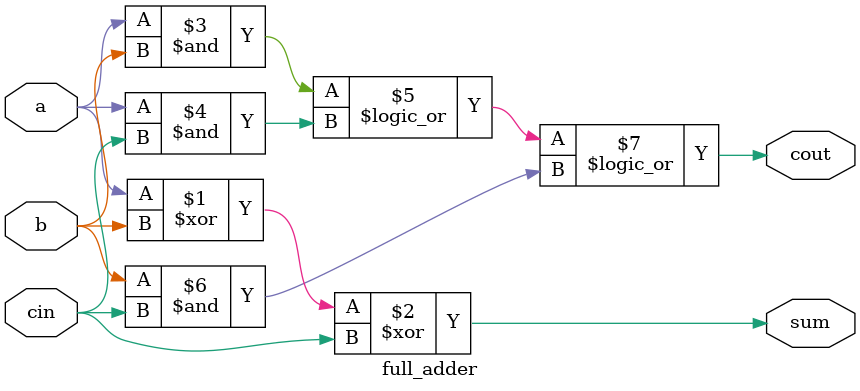
<source format=v>
/*
Author: Yue Zheng
Email: zhen0631@umn.edu

Full Adder.

3:2

Instantiation:

    full_adder u_fadder (
        .a(),
        .b(),
        .cin(),
        .sum(),
        .cout()
    );

*/

module full_adder (
    input a,
    input b,
    input cin,
    output sum,
    output cout
);

    assign sum = a ^ b ^ cin;
    assign cout = (a & b) || (a & cin) || (b & cin);

endmodule

</source>
